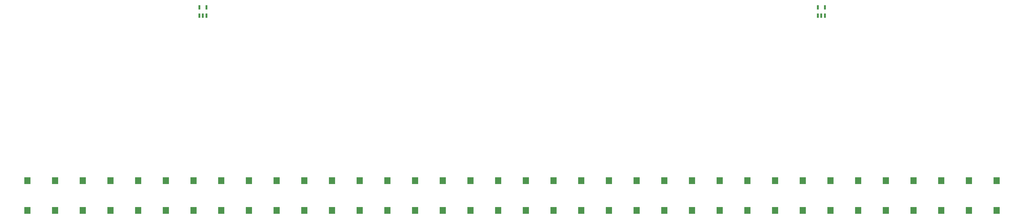
<source format=gtp>
G04 Layer: TopPasteMaskLayer*
G04 EasyEDA v6.5.43, 2024-07-17 01:33:45*
G04 cb6e2e9fbd21486d88ae5690d2d3dc00,10*
G04 Gerber Generator version 0.2*
G04 Scale: 100 percent, Rotated: No, Reflected: No *
G04 Dimensions in inches *
G04 leading zeros omitted , absolute positions ,3 integer and 6 decimal *
%FSLAX36Y36*%
%MOIN*%

%ADD10R,0.0669X0.0748*%
%ADD11R,0.0193X0.0456*%
%ADD12R,0.0193X0.0463*%

%LPD*%
D10*
G01*
X200000Y138580D03*
G01*
X200000Y461419D03*
G01*
X500000Y138580D03*
G01*
X500000Y461419D03*
G01*
X800000Y138580D03*
G01*
X800000Y461419D03*
G01*
X1100000Y138580D03*
G01*
X1100000Y461419D03*
G01*
X1400000Y138580D03*
G01*
X1400000Y461419D03*
G01*
X1700000Y138580D03*
G01*
X1700000Y461419D03*
G01*
X2000000Y138580D03*
G01*
X2000000Y461419D03*
G01*
X2300000Y138580D03*
G01*
X2300000Y461419D03*
G01*
X2600000Y138580D03*
G01*
X2600000Y461419D03*
G01*
X2900000Y138580D03*
G01*
X2900000Y461419D03*
G01*
X3200000Y138580D03*
G01*
X3200000Y461419D03*
G01*
X3500000Y138580D03*
G01*
X3500000Y461419D03*
G01*
X3800000Y138580D03*
G01*
X3800000Y461419D03*
G01*
X4100000Y138580D03*
G01*
X4100000Y461419D03*
G01*
X4400000Y138580D03*
G01*
X4400000Y461419D03*
G01*
X4700000Y138580D03*
G01*
X4700000Y461419D03*
G01*
X5000000Y138580D03*
G01*
X5000000Y461419D03*
G01*
X5300000Y138580D03*
G01*
X5300000Y461419D03*
G01*
X5600000Y138580D03*
G01*
X5600000Y461419D03*
G01*
X5900000Y138580D03*
G01*
X5900000Y461419D03*
G01*
X6200000Y138580D03*
G01*
X6200000Y461419D03*
G01*
X6500000Y138580D03*
G01*
X6500000Y461419D03*
G01*
X6800000Y138580D03*
G01*
X6800000Y461419D03*
G01*
X7100000Y138580D03*
G01*
X7100000Y461419D03*
G01*
X7400000Y138580D03*
G01*
X7400000Y461419D03*
G01*
X7700000Y138580D03*
G01*
X7700000Y461419D03*
G01*
X8000000Y138580D03*
G01*
X8000000Y461419D03*
G01*
X8300000Y138580D03*
G01*
X8300000Y461419D03*
G01*
X8600000Y138580D03*
G01*
X8600000Y461419D03*
G01*
X8900000Y138580D03*
G01*
X8900000Y461419D03*
G01*
X9200000Y138580D03*
G01*
X9200000Y461419D03*
G01*
X9500000Y138580D03*
G01*
X9500000Y461419D03*
G01*
X9800000Y138580D03*
G01*
X9800000Y461419D03*
G01*
X10100000Y138580D03*
G01*
X10100000Y461419D03*
G01*
X10400000Y138580D03*
G01*
X10400000Y461419D03*
G01*
X10700000Y138580D03*
G01*
X10700000Y461419D03*
D11*
G01*
X8762600Y2254580D03*
G01*
X8800000Y2254580D03*
G01*
X8837399Y2254580D03*
D12*
G01*
X8837399Y2345419D03*
G01*
X8762600Y2345419D03*
D11*
G01*
X2062600Y2254580D03*
G01*
X2100000Y2254580D03*
G01*
X2137399Y2254580D03*
D12*
G01*
X2137399Y2345419D03*
G01*
X2062600Y2345419D03*
M02*

</source>
